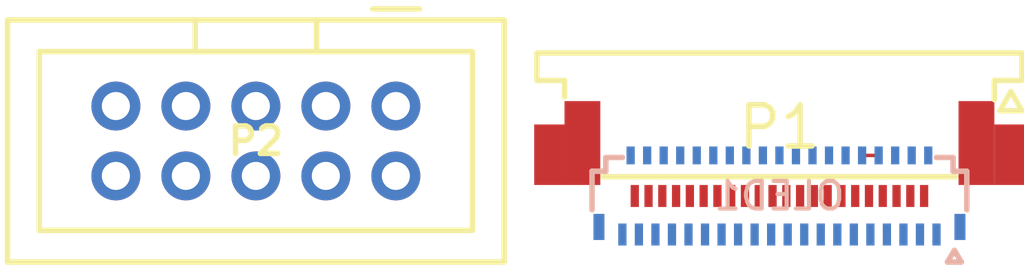
<source format=kicad_pcb>
(kicad_pcb (version 4) (host pcbnew 0.201502181246+5430~21~ubuntu14.04.1-product)

  (general
    (links 46)
    (no_connects 46)
    (area 127.972999 40.747999 165.412001 56.152001)
    (thickness 1.6)
    (drawings 0)
    (tracks 2)
    (zones 0)
    (modules 3)
    (nets 20)
  )

  (page A4)
  (layers
    (0 F.Cu signal)
    (31 B.Cu signal)
    (32 B.Adhes user)
    (33 F.Adhes user)
    (34 B.Paste user)
    (35 F.Paste user)
    (36 B.SilkS user)
    (37 F.SilkS user)
    (38 B.Mask user)
    (39 F.Mask user)
    (40 Dwgs.User user)
    (41 Cmts.User user)
    (42 Eco1.User user)
    (43 Eco2.User user)
    (44 Edge.Cuts user)
    (45 Margin user)
    (46 B.CrtYd user)
    (47 F.CrtYd user)
    (48 B.Fab user)
    (49 F.Fab user)
  )

  (setup
    (last_trace_width 0.127)
    (trace_clearance 0.127)
    (zone_clearance 0.508)
    (zone_45_only no)
    (trace_min 0.127)
    (segment_width 0.15)
    (edge_width 0.1)
    (via_size 0.5588)
    (via_drill 0.3048)
    (via_min_size 0.5588)
    (via_min_drill 0.3048)
    (uvia_size 0.508)
    (uvia_drill 0.127)
    (uvias_allowed no)
    (uvia_min_size 0.508)
    (uvia_min_drill 0.127)
    (pcb_text_width 0.3)
    (pcb_text_size 1.5 1.5)
    (mod_edge_width 0.15)
    (mod_text_size 1 1)
    (mod_text_width 0.15)
    (pad_size 1.5 1.5)
    (pad_drill 0.6)
    (pad_to_mask_clearance 0)
    (aux_axis_origin 0 0)
    (visible_elements FFFFFF7F)
    (pcbplotparams
      (layerselection 0x00030_80000001)
      (usegerberextensions false)
      (excludeedgelayer true)
      (linewidth 0.100000)
      (plotframeref false)
      (viasonmask false)
      (mode 1)
      (useauxorigin false)
      (hpglpennumber 1)
      (hpglpenspeed 20)
      (hpglpendiameter 15)
      (hpglpenoverlay 2)
      (psnegative false)
      (psa4output false)
      (plotreference true)
      (plotvalue true)
      (plotinvisibletext false)
      (padsonsilk false)
      (subtractmaskfromsilk false)
      (outputformat 1)
      (mirror false)
      (drillshape 1)
      (scaleselection 1)
      (outputdirectory ""))
  )

  (net 0 "")
  (net 1 GND)
  (net 2 +BATT)
  (net 3 +1V8)
  (net 4 /DSI_D2_P)
  (net 5 /DSI_D2_N)
  (net 6 /DSI_D1_P)
  (net 7 /DSI_D1_N)
  (net 8 /DSI_CK_P)
  (net 9 /DSI_CK_N)
  (net 10 /DSI_D0_P)
  (net 11 /DSI_D0_N)
  (net 12 /DSI_D3_P)
  (net 13 /DSI_D3_N)
  (net 14 +3V3)
  (net 15 /TOUCH_INT)
  (net 16 /TOUCH_I2C_SDA)
  (net 17 /TOUCH_I2C_SCL)
  (net 18 /TOUCH_RESX)
  (net 19 /TOUCH_GPIO_A4)

  (net_class Default "This is the default net class."
    (clearance 0.127)
    (trace_width 0.127)
    (via_dia 0.5588)
    (via_drill 0.3048)
    (uvia_dia 0.508)
    (uvia_drill 0.127)
    (add_net +1V8)
    (add_net +3V3)
    (add_net +BATT)
    (add_net /DSI_CK_N)
    (add_net /DSI_CK_P)
    (add_net /DSI_D0_N)
    (add_net /DSI_D0_P)
    (add_net /DSI_D1_N)
    (add_net /DSI_D1_P)
    (add_net /DSI_D2_N)
    (add_net /DSI_D2_P)
    (add_net /DSI_D3_N)
    (add_net /DSI_D3_P)
    (add_net /TOUCH_GPIO_A4)
    (add_net /TOUCH_I2C_SCL)
    (add_net /TOUCH_I2C_SDA)
    (add_net /TOUCH_INT)
    (add_net /TOUCH_RESX)
    (add_net GND)
  )

  (module SMD-Connectors:FPC_0.5mm_22p-MOLEX_52437 (layer F.Cu) (tedit 54CA1358) (tstamp 54E66101)
    (at 137 48 180)
    (path /54E666A6)
    (fp_text reference P1 (at 0 2.5 180) (layer F.SilkS)
      (effects (font (size 1.5 1.5) (thickness 0.2)))
    )
    (fp_text value DISPLAY-RPi (at 0 2.5 180) (layer F.SilkS) hide
      (effects (font (size 1.5 1.5) (thickness 0.2)))
    )
    (fp_line (start -8.8 3.1) (end -8 3.1) (layer F.SilkS) (width 0.2))
    (fp_line (start -8 3.1) (end -8.4 3.8) (layer F.SilkS) (width 0.2))
    (fp_line (start -8.4 3.8) (end -8.8 3.1) (layer F.SilkS) (width 0.2))
    (fp_line (start -7.8 3.5) (end -7.8 4.2) (layer F.SilkS) (width 0.2))
    (fp_line (start -7.8 4.2) (end -8.8 4.2) (layer F.SilkS) (width 0.2))
    (fp_line (start -8.8 4.2) (end -8.8 5.2) (layer F.SilkS) (width 0.2))
    (fp_line (start -8.8 5.2) (end 8.8 5.2) (layer F.SilkS) (width 0.2))
    (fp_line (start 8.8 5.2) (end 8.8 4.2) (layer F.SilkS) (width 0.2))
    (fp_line (start 8.8 4.2) (end 7.8 4.2) (layer F.SilkS) (width 0.2))
    (fp_line (start 7.8 4.2) (end 7.8 3.6) (layer F.SilkS) (width 0.2))
    (fp_line (start 5.75 1.3) (end 5.75 1.5) (layer Dwgs.User) (width 0.05))
    (fp_line (start 5.75 1.7) (end 5.75 1.9) (layer Dwgs.User) (width 0.05))
    (fp_line (start 5.75 2.5) (end 5.75 2.7) (layer Dwgs.User) (width 0.05))
    (fp_line (start 5.75 2.1) (end 5.75 2.3) (layer Dwgs.User) (width 0.05))
    (fp_line (start 5.75 2.9) (end 5.75 3.1) (layer Dwgs.User) (width 0.05))
    (fp_line (start 5.75 3.3) (end 5.75 3.5) (layer Dwgs.User) (width 0.05))
    (fp_line (start 5.75 5.7) (end 5.75 5.9) (layer Dwgs.User) (width 0.05))
    (fp_line (start 5.75 5.3) (end 5.75 5.5) (layer Dwgs.User) (width 0.05))
    (fp_line (start 5.75 4.5) (end 5.75 4.7) (layer Dwgs.User) (width 0.05))
    (fp_line (start 5.75 4.9) (end 5.75 5.1) (layer Dwgs.User) (width 0.05))
    (fp_line (start 5.75 4.1) (end 5.75 4.3) (layer Dwgs.User) (width 0.05))
    (fp_line (start 5.75 3.7) (end 5.75 3.9) (layer Dwgs.User) (width 0.05))
    (fp_line (start 5.75 6.9) (end 5.75 7.1) (layer Dwgs.User) (width 0.05))
    (fp_line (start 5.75 6.5) (end 5.75 6.7) (layer Dwgs.User) (width 0.05))
    (fp_line (start 5.75 6.1) (end 5.75 6.3) (layer Dwgs.User) (width 0.05))
    (fp_line (start -5.75 6.1) (end -5.75 6.3) (layer Dwgs.User) (width 0.05))
    (fp_line (start -5.75 6.5) (end -5.75 6.7) (layer Dwgs.User) (width 0.05))
    (fp_line (start -5.75 6.9) (end -5.75 7.1) (layer Dwgs.User) (width 0.05))
    (fp_line (start -5.75 3.7) (end -5.75 3.9) (layer Dwgs.User) (width 0.05))
    (fp_line (start -5.75 4.1) (end -5.75 4.3) (layer Dwgs.User) (width 0.05))
    (fp_line (start -5.75 4.9) (end -5.75 5.1) (layer Dwgs.User) (width 0.05))
    (fp_line (start -5.75 4.5) (end -5.75 4.7) (layer Dwgs.User) (width 0.05))
    (fp_line (start -5.75 5.3) (end -5.75 5.5) (layer Dwgs.User) (width 0.05))
    (fp_line (start -5.75 5.7) (end -5.75 5.9) (layer Dwgs.User) (width 0.05))
    (fp_line (start -5.75 3.3) (end -5.75 3.5) (layer Dwgs.User) (width 0.05))
    (fp_line (start -5.75 2.9) (end -5.75 3.1) (layer Dwgs.User) (width 0.05))
    (fp_line (start -5.75 2.1) (end -5.75 2.3) (layer Dwgs.User) (width 0.05))
    (fp_line (start -5.75 2.5) (end -5.75 2.7) (layer Dwgs.User) (width 0.05))
    (fp_line (start -5.75 1.7) (end -5.75 1.9) (layer Dwgs.User) (width 0.05))
    (fp_line (start -5.75 1.3) (end -5.75 1.5) (layer Dwgs.User) (width 0.05))
    (fp_line (start 4.7 1.2) (end 4.9 1.2) (layer Dwgs.User) (width 0.05))
    (fp_line (start 5.1 1.2) (end 5.3 1.2) (layer Dwgs.User) (width 0.05))
    (fp_line (start 5.5 1.2) (end 5.7 1.2) (layer Dwgs.User) (width 0.05))
    (fp_line (start 4.3 1.2) (end 4.5 1.2) (layer Dwgs.User) (width 0.05))
    (fp_line (start -2.1 1.2) (end -1.9 1.2) (layer Dwgs.User) (width 0.05))
    (fp_line (start -1.7 1.2) (end -1.5 1.2) (layer Dwgs.User) (width 0.05))
    (fp_line (start -0.9 1.2) (end -0.7 1.2) (layer Dwgs.User) (width 0.05))
    (fp_line (start -1.3 1.2) (end -1.1 1.2) (layer Dwgs.User) (width 0.05))
    (fp_line (start 0.3 1.2) (end 0.5 1.2) (layer Dwgs.User) (width 0.05))
    (fp_line (start 0.7 1.2) (end 0.9 1.2) (layer Dwgs.User) (width 0.05))
    (fp_line (start -0.1 1.2) (end 0.1 1.2) (layer Dwgs.User) (width 0.05))
    (fp_line (start -0.5 1.2) (end -0.3 1.2) (layer Dwgs.User) (width 0.05))
    (fp_line (start 2.7 1.2) (end 2.9 1.2) (layer Dwgs.User) (width 0.05))
    (fp_line (start 3.1 1.2) (end 3.3 1.2) (layer Dwgs.User) (width 0.05))
    (fp_line (start 3.9 1.2) (end 4.1 1.2) (layer Dwgs.User) (width 0.05))
    (fp_line (start 3.5 1.2) (end 3.7 1.2) (layer Dwgs.User) (width 0.05))
    (fp_line (start 1.9 1.2) (end 2.1 1.2) (layer Dwgs.User) (width 0.05))
    (fp_line (start 2.3 1.2) (end 2.5 1.2) (layer Dwgs.User) (width 0.05))
    (fp_line (start 1.5 1.2) (end 1.7 1.2) (layer Dwgs.User) (width 0.05))
    (fp_line (start 1.1 1.2) (end 1.3 1.2) (layer Dwgs.User) (width 0.05))
    (fp_line (start -5.3 1.2) (end -5.1 1.2) (layer Dwgs.User) (width 0.05))
    (fp_line (start -4.9 1.2) (end -4.7 1.2) (layer Dwgs.User) (width 0.05))
    (fp_line (start -4.1 1.2) (end -3.9 1.2) (layer Dwgs.User) (width 0.05))
    (fp_line (start -4.5 1.2) (end -4.3 1.2) (layer Dwgs.User) (width 0.05))
    (fp_line (start -2.9 1.2) (end -2.7 1.2) (layer Dwgs.User) (width 0.05))
    (fp_line (start -2.5 1.2) (end -2.3 1.2) (layer Dwgs.User) (width 0.05))
    (fp_line (start -3.3 1.2) (end -3.1 1.2) (layer Dwgs.User) (width 0.05))
    (fp_line (start -3.7 1.2) (end -3.5 1.2) (layer Dwgs.User) (width 0.05))
    (fp_line (start -5.7 1.2) (end -5.5 1.2) (layer Dwgs.User) (width 0.05))
    (fp_line (start -8.5 5.8) (end -8.3 5.8) (layer Dwgs.User) (width 0.05))
    (fp_line (start -8.1 5.8) (end -7.9 5.8) (layer Dwgs.User) (width 0.05))
    (fp_line (start -7.3 5.8) (end -7.1 5.8) (layer Dwgs.User) (width 0.05))
    (fp_line (start -7.7 5.8) (end -7.5 5.8) (layer Dwgs.User) (width 0.05))
    (fp_line (start -6.1 5.8) (end -5.9 5.8) (layer Dwgs.User) (width 0.05))
    (fp_line (start -5.7 5.8) (end -5.5 5.8) (layer Dwgs.User) (width 0.05))
    (fp_line (start -6.5 5.8) (end -6.3 5.8) (layer Dwgs.User) (width 0.05))
    (fp_line (start -6.9 5.8) (end -6.7 5.8) (layer Dwgs.User) (width 0.05))
    (fp_line (start -3.7 5.8) (end -3.5 5.8) (layer Dwgs.User) (width 0.05))
    (fp_line (start -3.3 5.8) (end -3.1 5.8) (layer Dwgs.User) (width 0.05))
    (fp_line (start -2.5 5.8) (end -2.3 5.8) (layer Dwgs.User) (width 0.05))
    (fp_line (start -2.9 5.8) (end -2.7 5.8) (layer Dwgs.User) (width 0.05))
    (fp_line (start -4.5 5.8) (end -4.3 5.8) (layer Dwgs.User) (width 0.05))
    (fp_line (start -4.1 5.8) (end -3.9 5.8) (layer Dwgs.User) (width 0.05))
    (fp_line (start -4.9 5.8) (end -4.7 5.8) (layer Dwgs.User) (width 0.05))
    (fp_line (start -5.3 5.8) (end -5.1 5.8) (layer Dwgs.User) (width 0.05))
    (fp_line (start 1.1 5.8) (end 1.3 5.8) (layer Dwgs.User) (width 0.05))
    (fp_line (start 1.5 5.8) (end 1.7 5.8) (layer Dwgs.User) (width 0.05))
    (fp_line (start 2.3 5.8) (end 2.5 5.8) (layer Dwgs.User) (width 0.05))
    (fp_line (start 1.9 5.8) (end 2.1 5.8) (layer Dwgs.User) (width 0.05))
    (fp_line (start 3.5 5.8) (end 3.7 5.8) (layer Dwgs.User) (width 0.05))
    (fp_line (start 3.9 5.8) (end 4.1 5.8) (layer Dwgs.User) (width 0.05))
    (fp_line (start 3.1 5.8) (end 3.3 5.8) (layer Dwgs.User) (width 0.05))
    (fp_line (start 2.7 5.8) (end 2.9 5.8) (layer Dwgs.User) (width 0.05))
    (fp_line (start -0.5 5.8) (end -0.3 5.8) (layer Dwgs.User) (width 0.05))
    (fp_line (start -0.1 5.8) (end 0.1 5.8) (layer Dwgs.User) (width 0.05))
    (fp_line (start 0.7 5.8) (end 0.9 5.8) (layer Dwgs.User) (width 0.05))
    (fp_line (start 0.3 5.8) (end 0.5 5.8) (layer Dwgs.User) (width 0.05))
    (fp_line (start -1.3 5.8) (end -1.1 5.8) (layer Dwgs.User) (width 0.05))
    (fp_line (start -0.9 5.8) (end -0.7 5.8) (layer Dwgs.User) (width 0.05))
    (fp_line (start -1.7 5.8) (end -1.5 5.8) (layer Dwgs.User) (width 0.05))
    (fp_line (start -2.1 5.8) (end -1.9 5.8) (layer Dwgs.User) (width 0.05))
    (fp_line (start 6.3 5.8) (end 6.5 5.8) (layer Dwgs.User) (width 0.05))
    (fp_line (start 6.7 5.8) (end 6.9 5.8) (layer Dwgs.User) (width 0.05))
    (fp_line (start 7.5 5.8) (end 7.7 5.8) (layer Dwgs.User) (width 0.05))
    (fp_line (start 7.1 5.8) (end 7.3 5.8) (layer Dwgs.User) (width 0.05))
    (fp_line (start 8.3 5.8) (end 8.5 5.8) (layer Dwgs.User) (width 0.05))
    (fp_line (start 7.9 5.8) (end 8.1 5.8) (layer Dwgs.User) (width 0.05))
    (fp_line (start 4.3 5.8) (end 4.5 5.8) (layer Dwgs.User) (width 0.05))
    (fp_line (start 5.5 5.8) (end 5.7 5.8) (layer Dwgs.User) (width 0.05))
    (fp_line (start 5.9 5.8) (end 6.1 5.8) (layer Dwgs.User) (width 0.05))
    (fp_line (start 5.1 5.8) (end 5.3 5.8) (layer Dwgs.User) (width 0.05))
    (fp_line (start 4.7 5.8) (end 4.9 5.8) (layer Dwgs.User) (width 0.05))
    (fp_line (start 8.7 5.8) (end 8.8 5.8) (layer Dwgs.User) (width 0.05))
    (fp_line (start -8.8 5.8) (end -8.7 5.8) (layer Dwgs.User) (width 0.05))
    (fp_line (start 8.7 6.8) (end 8.8 6.8) (layer Dwgs.User) (width 0.05))
    (fp_line (start 7.8 5.4) (end 7.8 5.6) (layer Dwgs.User) (width 0.05))
    (fp_line (start 8.8 5.8) (end 8.8 6) (layer Dwgs.User) (width 0.05))
    (fp_line (start 8.8 6.2) (end 8.8 6.4) (layer Dwgs.User) (width 0.05))
    (fp_line (start 8.8 6.6) (end 8.8 6.8) (layer Dwgs.User) (width 0.05))
    (fp_line (start 4.7 6.8) (end 4.9 6.8) (layer Dwgs.User) (width 0.05))
    (fp_line (start 5.1 6.8) (end 5.3 6.8) (layer Dwgs.User) (width 0.05))
    (fp_line (start 5.9 6.8) (end 6.1 6.8) (layer Dwgs.User) (width 0.05))
    (fp_line (start 5.5 6.8) (end 5.7 6.8) (layer Dwgs.User) (width 0.05))
    (fp_line (start 4.3 6.8) (end 4.5 6.8) (layer Dwgs.User) (width 0.05))
    (fp_line (start 7.9 6.8) (end 8.1 6.8) (layer Dwgs.User) (width 0.05))
    (fp_line (start 8.3 6.8) (end 8.5 6.8) (layer Dwgs.User) (width 0.05))
    (fp_line (start 7.1 6.8) (end 7.3 6.8) (layer Dwgs.User) (width 0.05))
    (fp_line (start 7.5 6.8) (end 7.7 6.8) (layer Dwgs.User) (width 0.05))
    (fp_line (start 6.7 6.8) (end 6.9 6.8) (layer Dwgs.User) (width 0.05))
    (fp_line (start 6.3 6.8) (end 6.5 6.8) (layer Dwgs.User) (width 0.05))
    (fp_line (start -2.1 6.8) (end -1.9 6.8) (layer Dwgs.User) (width 0.05))
    (fp_line (start -1.7 6.8) (end -1.5 6.8) (layer Dwgs.User) (width 0.05))
    (fp_line (start -0.9 6.8) (end -0.7 6.8) (layer Dwgs.User) (width 0.05))
    (fp_line (start -1.3 6.8) (end -1.1 6.8) (layer Dwgs.User) (width 0.05))
    (fp_line (start 0.3 6.8) (end 0.5 6.8) (layer Dwgs.User) (width 0.05))
    (fp_line (start 0.7 6.8) (end 0.9 6.8) (layer Dwgs.User) (width 0.05))
    (fp_line (start -0.1 6.8) (end 0.1 6.8) (layer Dwgs.User) (width 0.05))
    (fp_line (start -0.5 6.8) (end -0.3 6.8) (layer Dwgs.User) (width 0.05))
    (fp_line (start 2.7 6.8) (end 2.9 6.8) (layer Dwgs.User) (width 0.05))
    (fp_line (start 3.1 6.8) (end 3.3 6.8) (layer Dwgs.User) (width 0.05))
    (fp_line (start 3.9 6.8) (end 4.1 6.8) (layer Dwgs.User) (width 0.05))
    (fp_line (start 3.5 6.8) (end 3.7 6.8) (layer Dwgs.User) (width 0.05))
    (fp_line (start 1.9 6.8) (end 2.1 6.8) (layer Dwgs.User) (width 0.05))
    (fp_line (start 2.3 6.8) (end 2.5 6.8) (layer Dwgs.User) (width 0.05))
    (fp_line (start 1.5 6.8) (end 1.7 6.8) (layer Dwgs.User) (width 0.05))
    (fp_line (start 1.1 6.8) (end 1.3 6.8) (layer Dwgs.User) (width 0.05))
    (fp_line (start -5.3 6.8) (end -5.1 6.8) (layer Dwgs.User) (width 0.05))
    (fp_line (start -4.9 6.8) (end -4.7 6.8) (layer Dwgs.User) (width 0.05))
    (fp_line (start -4.1 6.8) (end -3.9 6.8) (layer Dwgs.User) (width 0.05))
    (fp_line (start -4.5 6.8) (end -4.3 6.8) (layer Dwgs.User) (width 0.05))
    (fp_line (start -2.9 6.8) (end -2.7 6.8) (layer Dwgs.User) (width 0.05))
    (fp_line (start -2.5 6.8) (end -2.3 6.8) (layer Dwgs.User) (width 0.05))
    (fp_line (start -3.3 6.8) (end -3.1 6.8) (layer Dwgs.User) (width 0.05))
    (fp_line (start -3.7 6.8) (end -3.5 6.8) (layer Dwgs.User) (width 0.05))
    (fp_line (start -6.9 6.8) (end -6.7 6.8) (layer Dwgs.User) (width 0.05))
    (fp_line (start -6.5 6.8) (end -6.3 6.8) (layer Dwgs.User) (width 0.05))
    (fp_line (start -5.7 6.8) (end -5.5 6.8) (layer Dwgs.User) (width 0.05))
    (fp_line (start -6.1 6.8) (end -5.9 6.8) (layer Dwgs.User) (width 0.05))
    (fp_line (start -7.7 6.8) (end -7.5 6.8) (layer Dwgs.User) (width 0.05))
    (fp_line (start -7.3 6.8) (end -7.1 6.8) (layer Dwgs.User) (width 0.05))
    (fp_line (start -8.1 6.8) (end -7.9 6.8) (layer Dwgs.User) (width 0.05))
    (fp_line (start -8.5 6.8) (end -8.3 6.8) (layer Dwgs.User) (width 0.05))
    (fp_line (start -8.8 6.8) (end -8.7 6.8) (layer Dwgs.User) (width 0.05))
    (fp_line (start -8.8 6.6) (end -8.8 6.8) (layer Dwgs.User) (width 0.05))
    (fp_line (start -8.8 6.2) (end -8.8 6.4) (layer Dwgs.User) (width 0.05))
    (fp_line (start -8.8 5.8) (end -8.8 6) (layer Dwgs.User) (width 0.05))
    (fp_line (start -7.8 5.4) (end -7.8 5.6) (layer Dwgs.User) (width 0.05))
    (fp_line (start 8.8 4.2) (end 8.8 5.2) (layer Dwgs.User) (width 0.05))
    (fp_line (start -8.8 4.2) (end -8.8 5.2) (layer Dwgs.User) (width 0.05))
    (fp_line (start -7.8 0.7) (end -7.8 4.2) (layer Dwgs.User) (width 0.05))
    (fp_line (start -8.8 4.2) (end 8.8 4.2) (layer Dwgs.User) (width 0.05))
    (fp_line (start 7.8 4.2) (end 7.8 0.7) (layer Dwgs.User) (width 0.05))
    (fp_line (start 7.8 0.7) (end -7.8 0.7) (layer Dwgs.User) (width 0.05))
    (fp_line (start 8.8 5.2) (end -8.8 5.2) (layer Dwgs.User) (width 0.05))
    (fp_line (start -6.4 0.7) (end 6.4 0.7) (layer F.SilkS) (width 0.2))
    (pad "" smd rect (at 6.1 1.6 180) (size 0.8 1.3) (layers Eco2.User))
    (pad "" smd rect (at 8.35 1.5 180) (size 1.1 2.2) (layers F.Cu F.Paste F.Mask))
    (pad "" smd rect (at 7.15 1.925 180) (size 1.3 3.05) (layers F.Cu F.Paste F.Mask))
    (pad 1 smd rect (at -5.25 0 180) (size 0.3 0.8) (layers F.Cu F.Paste F.Mask)
      (net 14 +3V3))
    (pad 2 smd rect (at -4.75 0 180) (size 0.3 0.8) (layers F.Cu F.Paste F.Mask)
      (net 16 /TOUCH_I2C_SDA))
    (pad 3 smd rect (at -4.25 0 180) (size 0.3 0.8) (layers F.Cu F.Paste F.Mask)
      (net 17 /TOUCH_I2C_SCL))
    (pad 4 smd rect (at -3.75 0 180) (size 0.3 0.8) (layers F.Cu F.Paste F.Mask)
      (net 1 GND))
    (pad 5 smd rect (at -3.25 0 180) (size 0.3 0.8) (layers F.Cu F.Paste F.Mask))
    (pad 6 smd rect (at -2.75 0 180) (size 0.3 0.8) (layers F.Cu F.Paste F.Mask))
    (pad 7 smd rect (at -2.25 0 180) (size 0.3 0.8) (layers F.Cu F.Paste F.Mask)
      (net 1 GND))
    (pad 8 smd rect (at -1.75 0 180) (size 0.3 0.8) (layers F.Cu F.Paste F.Mask)
      (net 12 /DSI_D3_P))
    (pad 9 smd rect (at -1.25 0 180) (size 0.3 0.8) (layers F.Cu F.Paste F.Mask)
      (net 13 /DSI_D3_N))
    (pad 10 smd rect (at -0.75 0 180) (size 0.3 0.8) (layers F.Cu F.Paste F.Mask)
      (net 1 GND))
    (pad 11 smd rect (at -0.25 0 180) (size 0.3 0.8) (layers F.Cu F.Paste F.Mask)
      (net 4 /DSI_D2_P))
    (pad 12 smd rect (at 0.25 0 180) (size 0.3 0.8) (layers F.Cu F.Paste F.Mask)
      (net 5 /DSI_D2_N))
    (pad 13 smd rect (at 0.75 0 180) (size 0.3 0.8) (layers F.Cu F.Paste F.Mask)
      (net 1 GND))
    (pad 14 smd rect (at 1.25 0 180) (size 0.3 0.8) (layers F.Cu F.Paste F.Mask)
      (net 8 /DSI_CK_P))
    (pad 15 smd rect (at 1.75 0 180) (size 0.3 0.8) (layers F.Cu F.Paste F.Mask)
      (net 9 /DSI_CK_N))
    (pad 16 smd rect (at 2.25 0 180) (size 0.3 0.8) (layers F.Cu F.Paste F.Mask)
      (net 1 GND))
    (pad 17 smd rect (at 2.75 0 180) (size 0.3 0.8) (layers F.Cu F.Paste F.Mask)
      (net 6 /DSI_D1_P))
    (pad 18 smd rect (at 3.25 0 180) (size 0.3 0.8) (layers F.Cu F.Paste F.Mask)
      (net 7 /DSI_D1_N))
    (pad 19 smd rect (at 3.75 0 180) (size 0.3 0.8) (layers F.Cu F.Paste F.Mask)
      (net 1 GND))
    (pad 20 smd rect (at 4.25 0 180) (size 0.3 0.8) (layers F.Cu F.Paste F.Mask)
      (net 10 /DSI_D0_P))
    (pad 21 smd rect (at 4.75 0 180) (size 0.3 0.8) (layers F.Cu F.Paste F.Mask)
      (net 11 /DSI_D0_N))
    (pad 22 smd rect (at 5.25 0 180) (size 0.3 0.8) (layers F.Cu F.Paste F.Mask))
    (pad "" smd rect (at -7.15 1.925 180) (size 1.3 3.05) (layers F.Cu F.Paste F.Mask))
    (pad "" smd rect (at -8.35 1.5 180) (size 1.1 2.2) (layers F.Cu F.Paste F.Mask))
    (pad "" smd rect (at -6.1 1.6 180) (size 0.8 1.3) (layers Eco2.User))
  )

  (module Pin_Header_2.54mm:2x5-BOX_HEADER-TH-VERTICAL (layer F.Cu) (tedit 54E65B59) (tstamp 54E6610F)
    (at 118 46 180)
    (path /54E6613B)
    (fp_text reference P2 (at 0 0 180) (layer F.SilkS)
      (effects (font (size 1 1) (thickness 0.2)))
    )
    (fp_text value "TOUCH SCREEN" (at 0 0 180) (layer F.SilkS) hide
      (effects (font (size 1 1) (thickness 0.2)))
    )
    (fp_line (start -9.26 -4.65) (end 9.26 -4.65) (layer Dwgs.User) (width 0.05))
    (fp_line (start 9.26 -4.65) (end 9.26 4.65) (layer Dwgs.User) (width 0.05))
    (fp_line (start 9.26 4.65) (end -9.26 4.65) (layer Dwgs.User) (width 0.05))
    (fp_line (start -9.26 4.65) (end -9.26 -4.65) (layer Dwgs.User) (width 0.05))
    (fp_line (start -5.94 4.8) (end -4.24 4.8) (layer F.SilkS) (width 0.2))
    (fp_line (start 2.2 4.4) (end 2.2 3.25) (layer F.SilkS) (width 0.2))
    (fp_line (start -2.2 4.4) (end -2.2 3.25) (layer F.SilkS) (width 0.2))
    (fp_line (start -9.01 -4.4) (end 9.01 -4.4) (layer F.SilkS) (width 0.2))
    (fp_line (start 9.01 -4.4) (end 9.01 4.4) (layer F.SilkS) (width 0.2))
    (fp_line (start 9.01 4.4) (end -9.01 4.4) (layer F.SilkS) (width 0.2))
    (fp_line (start -9.01 4.4) (end -9.01 -4.4) (layer F.SilkS) (width 0.2))
    (fp_line (start -7.86 -3.25) (end 7.86 -3.25) (layer F.SilkS) (width 0.2))
    (fp_line (start 7.86 -3.25) (end 7.86 3.25) (layer F.SilkS) (width 0.2))
    (fp_line (start 7.86 3.25) (end -7.86 3.25) (layer F.SilkS) (width 0.2))
    (fp_line (start -7.86 3.25) (end -7.86 -3.25) (layer F.SilkS) (width 0.2))
    (fp_line (start -7.86 -3.25) (end 7.86 -3.25) (layer Dwgs.User) (width 0.05))
    (fp_line (start 7.86 -3.25) (end 7.86 3.25) (layer Dwgs.User) (width 0.05))
    (fp_line (start 7.86 3.25) (end -7.86 3.25) (layer Dwgs.User) (width 0.05))
    (fp_line (start -7.86 3.25) (end -7.86 -3.25) (layer Dwgs.User) (width 0.05))
    (fp_line (start -9.01 -4.4) (end 9.01 -4.4) (layer Dwgs.User) (width 0.05))
    (fp_line (start 9.01 -4.4) (end 9.01 4.4) (layer Dwgs.User) (width 0.05))
    (fp_line (start 9.01 4.4) (end -9.01 4.4) (layer Dwgs.User) (width 0.05))
    (fp_line (start -9.01 4.4) (end -9.01 -4.4) (layer Dwgs.User) (width 0.05))
    (pad 1 thru_hole circle (at -5.08 1.27 180) (size 1.778 1.778) (drill 1.02) (layers *.Cu *.Mask)
      (net 14 +3V3))
    (pad 2 thru_hole circle (at -5.08 -1.27 180) (size 1.778 1.778) (drill 1.02) (layers *.Cu *.Mask)
      (net 1 GND))
    (pad 3 thru_hole circle (at -2.54 1.27 180) (size 1.778 1.778) (drill 1.02) (layers *.Cu *.Mask)
      (net 3 +1V8))
    (pad 4 thru_hole circle (at -2.54 -1.27 180) (size 1.778 1.778) (drill 1.02) (layers *.Cu *.Mask)
      (net 1 GND))
    (pad 5 thru_hole circle (at 0 1.27 180) (size 1.778 1.778) (drill 1.02) (layers *.Cu *.Mask)
      (net 19 /TOUCH_GPIO_A4))
    (pad 6 thru_hole circle (at 0 -1.27 180) (size 1.778 1.778) (drill 1.02) (layers *.Cu *.Mask)
      (net 18 /TOUCH_RESX))
    (pad 7 thru_hole circle (at 2.54 1.27 180) (size 1.778 1.778) (drill 1.02) (layers *.Cu *.Mask)
      (net 15 /TOUCH_INT))
    (pad 8 thru_hole circle (at 2.54 -1.27 180) (size 1.778 1.778) (drill 1.02) (layers *.Cu *.Mask)
      (net 16 /TOUCH_I2C_SDA))
    (pad 9 thru_hole circle (at 5.08 1.27 180) (size 1.778 1.778) (drill 1.02) (layers *.Cu *.Mask)
      (net 17 /TOUCH_I2C_SCL))
    (pad 10 thru_hole circle (at 5.08 -1.27 180) (size 1.778 1.778) (drill 1.02) (layers *.Cu *.Mask)
      (net 1 GND))
  )

  (module "SMD-Connectors:HIROSE_FH26-39S-0.3SHW(05)" (layer B.Cu) (tedit 54E65D44) (tstamp 54E660E1)
    (at 137 48 180)
    (path /54E65174)
    (fp_text reference OLED1 (at 0 0 180) (layer B.SilkS)
      (effects (font (size 1 1) (thickness 0.15)) (justify mirror))
    )
    (fp_text value H497TLB01_V0 (at 0 0 180) (layer B.Fab)
      (effects (font (size 0.5 0.5) (thickness 0.1)) (justify mirror))
    )
    (fp_line (start 6 -1.5) (end 6 -3) (layer Eco2.User) (width 0.05))
    (fp_line (start -6 -3) (end -6 -1.5) (layer Eco2.User) (width 0.05))
    (fp_line (start -6.1 -2.4) (end -6.35 -1.975) (layer B.SilkS) (width 0.2))
    (fp_line (start -6.35 -1.975) (end -6.6 -2.4) (layer B.SilkS) (width 0.2))
    (fp_line (start -6.6 -2.4) (end -6.1 -2.4) (layer B.SilkS) (width 0.2))
    (fp_line (start 6.8 -0.5) (end 6.8 0.9) (layer B.SilkS) (width 0.2))
    (fp_line (start 6.8 0.9) (end 6.3 0.9) (layer B.SilkS) (width 0.2))
    (fp_line (start 6.3 0.9) (end 6.3 1.4) (layer B.SilkS) (width 0.2))
    (fp_line (start 6.3 1.4) (end 5.7 1.4) (layer B.SilkS) (width 0.2))
    (fp_line (start -6.8 -0.5) (end -6.8 0.9) (layer B.SilkS) (width 0.2))
    (fp_line (start -6.8 0.9) (end -6.3 0.9) (layer B.SilkS) (width 0.2))
    (fp_line (start -6.3 0.9) (end -6.3 1.4) (layer B.SilkS) (width 0.2))
    (fp_line (start -6.3 1.4) (end -5.7 1.4) (layer B.SilkS) (width 0.2))
    (fp_line (start -5.4 -1.9) (end -5.4 -1.5) (layer B.Fab) (width 0.05))
    (fp_line (start 5.4 -1.9) (end 5.4 -1.5) (layer B.Fab) (width 0.05))
    (fp_line (start -5.4 -1.9) (end 5.4 -1.9) (layer B.Fab) (width 0.05))
    (fp_line (start 6.25 1.35) (end 6.25 0.85) (layer B.Fab) (width 0.05))
    (fp_line (start 6.25 0.85) (end 6.75 0.85) (layer B.Fab) (width 0.05))
    (fp_line (start 6.75 0.85) (end 6.75 -0.8) (layer B.Fab) (width 0.05))
    (fp_line (start -6.75 -0.8) (end -6.75 0.85) (layer B.Fab) (width 0.05))
    (fp_line (start -6.75 0.85) (end -6.25 0.85) (layer B.Fab) (width 0.05))
    (fp_line (start -6.25 0.85) (end -6.25 1.35) (layer B.Fab) (width 0.05))
    (fp_line (start 6.45 -0.8) (end 6.45 -1.5) (layer B.Fab) (width 0.05))
    (fp_line (start 6.45 -1.5) (end -6.45 -1.5) (layer B.Fab) (width 0.05))
    (fp_line (start -6.45 -1.5) (end -6.45 -0.8) (layer B.Fab) (width 0.05))
    (fp_line (start -6.45 -0.8) (end -6.75 -0.8) (layer B.Fab) (width 0.05))
    (fp_line (start 6.75 -0.8) (end 6.45 -0.8) (layer B.Fab) (width 0.05))
    (fp_line (start 6.25 1.35) (end -6.25 1.35) (layer B.Fab) (width 0.05))
    (pad "" smd rect (at 6.55 -1.125 180) (size 0.4 0.95) (layers B.Cu B.Mask))
    (pad "" smd rect (at -6.55 -1.125 180) (size 0.4 0.95) (layers B.Cu B.Mask))
    (pad 1 smd rect (at -5.7 -1.4 180) (size 0.3 0.8) (layers B.Cu B.Mask)
      (net 1 GND))
    (pad 2 smd rect (at -5.4 1.475 180) (size 0.3 0.65) (layers B.Cu B.Mask)
      (net 2 +BATT))
    (pad 3 smd rect (at -5.1 -1.4 180) (size 0.3 0.8) (layers B.Cu B.Mask)
      (net 2 +BATT))
    (pad 4 smd rect (at -4.8 1.475 180) (size 0.3 0.65) (layers B.Cu B.Mask)
      (net 2 +BATT))
    (pad 5 smd rect (at -4.5 -1.4 180) (size 0.3 0.8) (layers B.Cu B.Mask)
      (net 2 +BATT))
    (pad 6 smd rect (at -4.2 1.475 180) (size 0.3 0.65) (layers B.Cu B.Mask)
      (net 2 +BATT))
    (pad 7 smd rect (at -3.9 -1.4 180) (size 0.3 0.8) (layers B.Cu B.Mask)
      (net 1 GND))
    (pad 8 smd rect (at -3.6 1.475 180) (size 0.3 0.65) (layers B.Cu B.Mask)
      (net 1 GND))
    (pad 9 smd rect (at -3.3 -1.4 180) (size 0.3 0.8) (layers B.Cu B.Mask)
      (net 1 GND))
    (pad 10 smd rect (at -3 1.475 180) (size 0.3 0.65) (layers B.Cu B.Mask))
    (pad 11 smd rect (at -2.7 -1.4 180) (size 0.3 0.8) (layers B.Cu B.Mask))
    (pad 12 smd rect (at -2.4 1.475 180) (size 0.3 0.65) (layers B.Cu B.Mask))
    (pad 13 smd rect (at -2.1 -1.4 180) (size 0.3 0.8) (layers B.Cu B.Mask)
      (net 3 +1V8))
    (pad 14 smd rect (at -1.8 1.475 180) (size 0.3 0.65) (layers B.Cu B.Mask)
      (net 1 GND))
    (pad 15 smd rect (at -1.5 -1.4 180) (size 0.3 0.8) (layers B.Cu B.Mask)
      (net 4 /DSI_D2_P))
    (pad 16 smd rect (at -1.2 1.475 180) (size 0.3 0.65) (layers B.Cu B.Mask)
      (net 5 /DSI_D2_N))
    (pad 17 smd rect (at -0.9 -1.4 180) (size 0.3 0.8) (layers B.Cu B.Mask)
      (net 1 GND))
    (pad 18 smd rect (at -0.6 1.475 180) (size 0.3 0.65) (layers B.Cu B.Mask)
      (net 6 /DSI_D1_P))
    (pad 19 smd rect (at -0.3 -1.4 180) (size 0.3 0.8) (layers B.Cu B.Mask)
      (net 7 /DSI_D1_N))
    (pad 20 smd rect (at 0 1.475 180) (size 0.3 0.65) (layers B.Cu B.Mask)
      (net 1 GND))
    (pad 21 smd rect (at 0.3 -1.4 180) (size 0.3 0.8) (layers B.Cu B.Mask)
      (net 8 /DSI_CK_P))
    (pad 22 smd rect (at 0.6 1.475 180) (size 0.3 0.65) (layers B.Cu B.Mask)
      (net 9 /DSI_CK_N))
    (pad 23 smd rect (at 0.9 -1.4 180) (size 0.3 0.8) (layers B.Cu B.Mask)
      (net 1 GND))
    (pad 24 smd rect (at 1.2 1.475 180) (size 0.3 0.65) (layers B.Cu B.Mask)
      (net 10 /DSI_D0_P))
    (pad 25 smd rect (at 1.5 -1.4 180) (size 0.3 0.8) (layers B.Cu B.Mask)
      (net 11 /DSI_D0_N))
    (pad 26 smd rect (at 1.8 1.475 180) (size 0.3 0.65) (layers B.Cu B.Mask)
      (net 1 GND))
    (pad 27 smd rect (at 2.1 -1.4 180) (size 0.3 0.8) (layers B.Cu B.Mask)
      (net 12 /DSI_D3_P))
    (pad 28 smd rect (at 2.4 1.475 180) (size 0.3 0.65) (layers B.Cu B.Mask)
      (net 13 /DSI_D3_N))
    (pad 29 smd rect (at 2.7 -1.4 180) (size 0.3 0.8) (layers B.Cu B.Mask)
      (net 1 GND))
    (pad 30 smd rect (at 3 1.475 180) (size 0.3 0.65) (layers B.Cu B.Mask)
      (net 14 +3V3))
    (pad 31 smd rect (at 3.3 -1.4 180) (size 0.3 0.8) (layers B.Cu B.Mask)
      (net 1 GND))
    (pad 32 smd rect (at 3.6 1.475 180) (size 0.3 0.65) (layers B.Cu B.Mask)
      (net 14 +3V3))
    (pad 33 smd rect (at 3.9 -1.4 180) (size 0.3 0.8) (layers B.Cu B.Mask)
      (net 3 +1V8))
    (pad 34 smd rect (at 4.2 1.475 180) (size 0.3 0.65) (layers B.Cu B.Mask)
      (net 15 /TOUCH_INT))
    (pad 35 smd rect (at 4.5 -1.4 180) (size 0.3 0.8) (layers B.Cu B.Mask)
      (net 16 /TOUCH_I2C_SDA))
    (pad 36 smd rect (at 4.8 1.475 180) (size 0.3 0.65) (layers B.Cu B.Mask)
      (net 17 /TOUCH_I2C_SCL))
    (pad 37 smd rect (at 5.1 -1.4 180) (size 0.3 0.8) (layers B.Cu B.Mask)
      (net 18 /TOUCH_RESX))
    (pad 38 smd rect (at 5.4 1.475 180) (size 0.3 0.65) (layers B.Cu B.Mask)
      (net 19 /TOUCH_GPIO_A4))
    (pad 39 smd rect (at 5.7 -1.4 180) (size 0.3 0.8) (layers B.Cu B.Mask)
      (net 1 GND))
    (pad "" smd rect (at 6.55 -1.125 180) (size 0.3 0.7) (layers B.Paste))
    (pad "" smd rect (at -6.55 -1.125 180) (size 0.3 0.7) (layers B.Paste))
    (pad "" smd rect (at -5.7 -1.4 180) (size 0.23 0.65) (layers B.Paste))
    (pad "" smd rect (at -5.4 1.475 180) (size 0.23 0.55) (layers B.Paste))
    (pad "" smd rect (at -5.1 -1.4 180) (size 0.23 0.65) (layers B.Paste))
    (pad "" smd rect (at -4.8 1.475 180) (size 0.23 0.55) (layers B.Paste))
    (pad "" smd rect (at -4.5 -1.4 180) (size 0.23 0.65) (layers B.Paste))
    (pad "" smd rect (at -4.2 1.475 180) (size 0.23 0.55) (layers B.Paste))
    (pad "" smd rect (at -3.9 -1.4 180) (size 0.23 0.65) (layers B.Paste))
    (pad "" smd rect (at -3.6 1.475 180) (size 0.23 0.55) (layers B.Paste))
    (pad "" smd rect (at -3.3 -1.4 180) (size 0.23 0.65) (layers B.Paste))
    (pad "" smd rect (at -3 1.475 180) (size 0.23 0.55) (layers B.Paste))
    (pad "" smd rect (at -2.7 -1.4 180) (size 0.23 0.65) (layers B.Paste))
    (pad "" smd rect (at -2.4 1.475 180) (size 0.23 0.55) (layers B.Paste))
    (pad "" smd rect (at -2.1 -1.4 180) (size 0.23 0.65) (layers B.Paste))
    (pad "" smd rect (at -1.8 1.475 180) (size 0.23 0.55) (layers B.Paste))
    (pad "" smd rect (at -1.5 -1.4 180) (size 0.23 0.65) (layers B.Paste))
    (pad "" smd rect (at -1.2 1.475 180) (size 0.23 0.55) (layers B.Paste))
    (pad "" smd rect (at -0.9 -1.4 180) (size 0.23 0.65) (layers B.Paste))
    (pad "" smd rect (at -0.6 1.475 180) (size 0.23 0.55) (layers B.Paste))
    (pad "" smd rect (at -0.3 -1.4 180) (size 0.23 0.65) (layers B.Paste))
    (pad "" smd rect (at 0 1.475 180) (size 0.23 0.55) (layers B.Paste))
    (pad "" smd rect (at 0.3 -1.4 180) (size 0.23 0.65) (layers B.Paste))
    (pad "" smd rect (at 0.6 1.475 180) (size 0.23 0.55) (layers B.Paste))
    (pad "" smd rect (at 0.9 -1.4 180) (size 0.23 0.65) (layers B.Paste))
    (pad "" smd rect (at 1.2 1.475 180) (size 0.23 0.55) (layers B.Paste))
    (pad "" smd rect (at 1.5 -1.4 180) (size 0.23 0.65) (layers B.Paste))
    (pad "" smd rect (at 1.8 1.475 180) (size 0.23 0.55) (layers B.Paste))
    (pad "" smd rect (at 2.1 -1.4 180) (size 0.23 0.65) (layers B.Paste))
    (pad "" smd rect (at 2.4 1.475 180) (size 0.23 0.55) (layers B.Paste))
    (pad "" smd rect (at 2.7 -1.4 180) (size 0.23 0.65) (layers B.Paste))
    (pad "" smd rect (at 3 1.475 180) (size 0.23 0.55) (layers B.Paste))
    (pad "" smd rect (at 3.3 -1.4 180) (size 0.23 0.65) (layers B.Paste))
    (pad "" smd rect (at 3.6 1.475 180) (size 0.23 0.55) (layers B.Paste))
    (pad "" smd rect (at 3.9 -1.4 180) (size 0.23 0.65) (layers B.Paste))
    (pad "" smd rect (at 4.2 1.475 180) (size 0.23 0.55) (layers B.Paste))
    (pad "" smd rect (at 4.5 -1.4 180) (size 0.23 0.65) (layers B.Paste))
    (pad "" smd rect (at 4.8 1.475 180) (size 0.23 0.55) (layers B.Paste))
    (pad "" smd rect (at 5.1 -1.4 180) (size 0.23 0.65) (layers B.Paste))
    (pad "" smd rect (at 5.4 1.475 180) (size 0.23 0.55) (layers B.Paste))
    (pad "" smd rect (at 5.7 -1.4 180) (size 0.23 0.65) (layers B.Paste))
  )

  (segment (start 140 46.525) (end 140.6 46.525) (width 0.127) (layer F.Cu) (net 0))
  (segment (start 137.2 48.05) (end 137.25 48) (width 0.127) (layer F.Cu) (net 4) (tstamp 54E66C44) (status 30))

)

</source>
